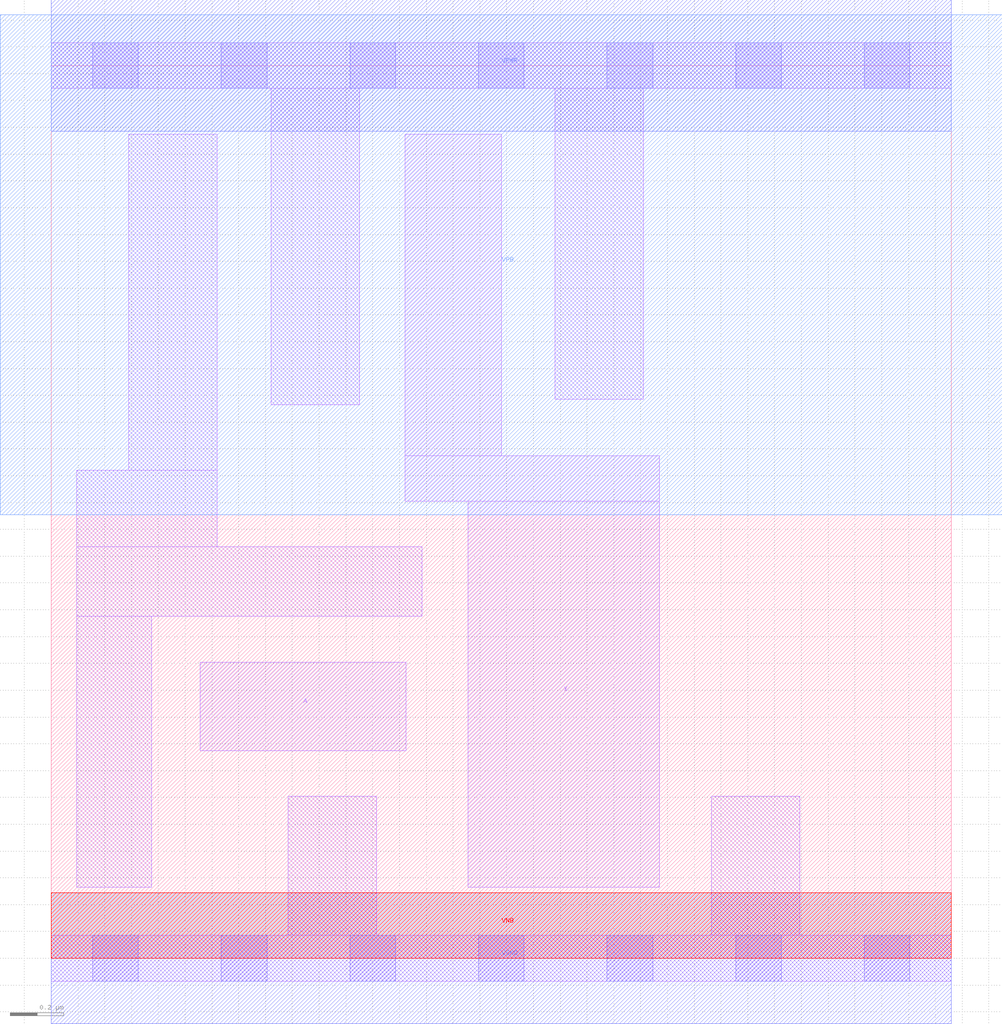
<source format=lef>
# Copyright 2020 The SkyWater PDK Authors
#
# Licensed under the Apache License, Version 2.0 (the "License");
# you may not use this file except in compliance with the License.
# You may obtain a copy of the License at
#
#     https://www.apache.org/licenses/LICENSE-2.0
#
# Unless required by applicable law or agreed to in writing, software
# distributed under the License is distributed on an "AS IS" BASIS,
# WITHOUT WARRANTIES OR CONDITIONS OF ANY KIND, either express or implied.
# See the License for the specific language governing permissions and
# limitations under the License.
#
# SPDX-License-Identifier: Apache-2.0

VERSION 5.7 ;
  NOWIREEXTENSIONATPIN ON ;
  DIVIDERCHAR "/" ;
  BUSBITCHARS "[]" ;
MACRO sky130_fd_sc_lp__clkbuflp_2
  CLASS CORE ;
  FOREIGN sky130_fd_sc_lp__clkbuflp_2 ;
  ORIGIN  0.000000  0.000000 ;
  SIZE  3.360000 BY  3.330000 ;
  SYMMETRY X Y R90 ;
  SITE unit ;
  PIN A
    ANTENNAGATEAREA  0.376000 ;
    DIRECTION INPUT ;
    USE SIGNAL ;
    PORT
      LAYER li1 ;
        RECT 0.555000 0.775000 1.325000 1.105000 ;
    END
  END A
  PIN X
    ANTENNADIFFAREA  0.397600 ;
    DIRECTION OUTPUT ;
    USE SIGNAL ;
    PORT
      LAYER li1 ;
        RECT 1.320000 1.705000 2.270000 1.875000 ;
        RECT 1.320000 1.875000 1.680000 3.075000 ;
        RECT 1.555000 0.265000 2.270000 1.705000 ;
    END
  END X
  PIN VGND
    DIRECTION INOUT ;
    USE GROUND ;
    PORT
      LAYER met1 ;
        RECT 0.000000 -0.245000 3.360000 0.245000 ;
    END
  END VGND
  PIN VNB
    DIRECTION INOUT ;
    USE GROUND ;
    PORT
      LAYER pwell ;
        RECT 0.000000 0.000000 3.360000 0.245000 ;
    END
  END VNB
  PIN VPB
    DIRECTION INOUT ;
    USE POWER ;
    PORT
      LAYER nwell ;
        RECT -0.190000 1.655000 3.550000 3.520000 ;
    END
  END VPB
  PIN VPWR
    DIRECTION INOUT ;
    USE POWER ;
    PORT
      LAYER met1 ;
        RECT 0.000000 3.085000 3.360000 3.575000 ;
    END
  END VPWR
  OBS
    LAYER li1 ;
      RECT 0.000000 -0.085000 3.360000 0.085000 ;
      RECT 0.000000  3.245000 3.360000 3.415000 ;
      RECT 0.095000  0.265000 0.375000 1.275000 ;
      RECT 0.095000  1.275000 1.385000 1.535000 ;
      RECT 0.095000  1.535000 0.620000 1.820000 ;
      RECT 0.290000  1.820000 0.620000 3.075000 ;
      RECT 0.820000  2.065000 1.150000 3.245000 ;
      RECT 0.885000  0.085000 1.215000 0.605000 ;
      RECT 1.880000  2.085000 2.210000 3.245000 ;
      RECT 2.465000  0.085000 2.795000 0.605000 ;
    LAYER mcon ;
      RECT 0.155000 -0.085000 0.325000 0.085000 ;
      RECT 0.155000  3.245000 0.325000 3.415000 ;
      RECT 0.635000 -0.085000 0.805000 0.085000 ;
      RECT 0.635000  3.245000 0.805000 3.415000 ;
      RECT 1.115000 -0.085000 1.285000 0.085000 ;
      RECT 1.115000  3.245000 1.285000 3.415000 ;
      RECT 1.595000 -0.085000 1.765000 0.085000 ;
      RECT 1.595000  3.245000 1.765000 3.415000 ;
      RECT 2.075000 -0.085000 2.245000 0.085000 ;
      RECT 2.075000  3.245000 2.245000 3.415000 ;
      RECT 2.555000 -0.085000 2.725000 0.085000 ;
      RECT 2.555000  3.245000 2.725000 3.415000 ;
      RECT 3.035000 -0.085000 3.205000 0.085000 ;
      RECT 3.035000  3.245000 3.205000 3.415000 ;
  END
END sky130_fd_sc_lp__clkbuflp_2
END LIBRARY

</source>
